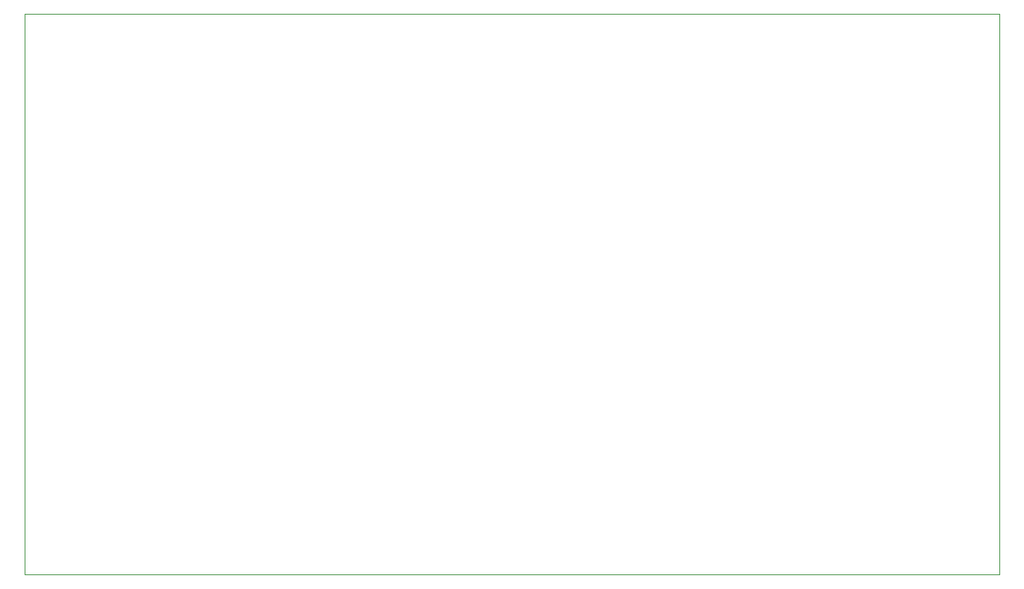
<source format=gbr>
%TF.GenerationSoftware,KiCad,Pcbnew,(5.1.9-0-10_14)*%
%TF.CreationDate,2021-05-18T01:23:57-04:00*%
%TF.ProjectId,RAM,52414d2e-6b69-4636-9164-5f7063625858,rev?*%
%TF.SameCoordinates,Original*%
%TF.FileFunction,Profile,NP*%
%FSLAX46Y46*%
G04 Gerber Fmt 4.6, Leading zero omitted, Abs format (unit mm)*
G04 Created by KiCad (PCBNEW (5.1.9-0-10_14)) date 2021-05-18 01:23:57*
%MOMM*%
%LPD*%
G01*
G04 APERTURE LIST*
%TA.AperFunction,Profile*%
%ADD10C,0.050000*%
%TD*%
G04 APERTURE END LIST*
D10*
X142494000Y-57912000D02*
X141224000Y-57912000D01*
X142494000Y-119634000D02*
X141224000Y-119634000D01*
X35306000Y-57912000D02*
X36068000Y-57912000D01*
X35306000Y-119634000D02*
X36068000Y-119634000D01*
X36068000Y-57912000D02*
X141224000Y-57912000D01*
X35306000Y-119634000D02*
X35306000Y-57912000D01*
X141224000Y-119634000D02*
X36068000Y-119634000D01*
X142494000Y-57912000D02*
X142494000Y-119634000D01*
M02*

</source>
